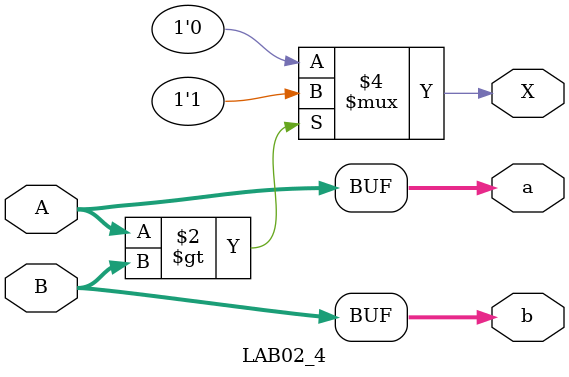
<source format=v>
module LAB02_4(A, B, X, a, b);
    input [3:0]A, B;
    output reg X;
    output [3:0]a;
    output [3:0]b;
    
    always @* begin
        if (A > B) X = 1;
        else X = 0;
    end
    assign a = A;
    assign b = B;
    
endmodule
</source>
